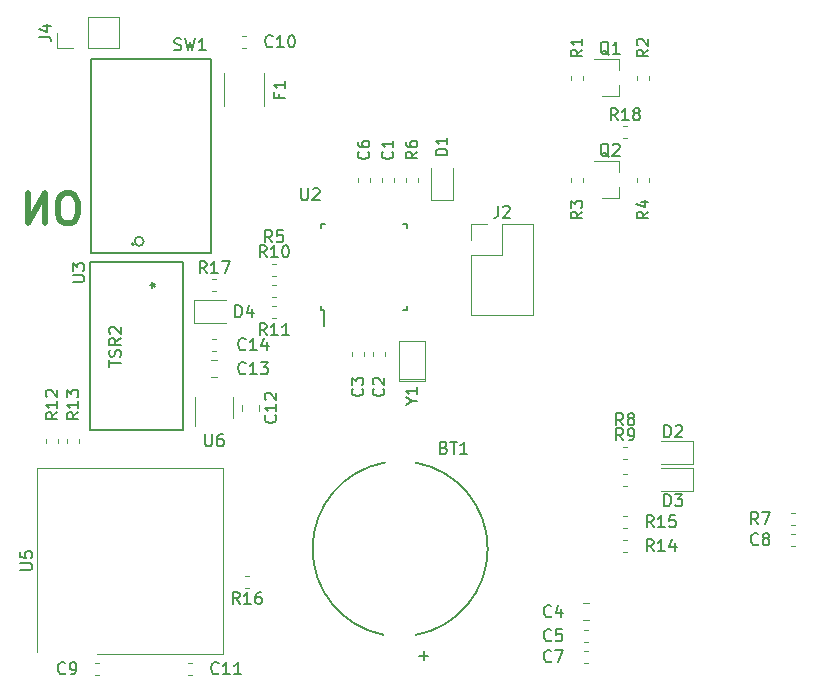
<source format=gbr>
%TF.GenerationSoftware,KiCad,Pcbnew,(5.1.7)-1*%
%TF.CreationDate,2020-12-22T10:31:33-06:00*%
%TF.ProjectId,tracker,74726163-6b65-4722-9e6b-696361645f70,1.0*%
%TF.SameCoordinates,Original*%
%TF.FileFunction,Legend,Top*%
%TF.FilePolarity,Positive*%
%FSLAX46Y46*%
G04 Gerber Fmt 4.6, Leading zero omitted, Abs format (unit mm)*
G04 Created by KiCad (PCBNEW (5.1.7)-1) date 2020-12-22 10:31:33*
%MOMM*%
%LPD*%
G01*
G04 APERTURE LIST*
%ADD10C,0.508000*%
%ADD11C,0.150000*%
%ADD12C,0.120000*%
%ADD13C,0.127000*%
%ADD14C,0.200000*%
%ADD15C,0.152400*%
%ADD16C,0.149860*%
G04 APERTURE END LIST*
D10*
X121968380Y-103003047D02*
X121484571Y-103003047D01*
X121242666Y-103124000D01*
X121000761Y-103365904D01*
X120879809Y-103849714D01*
X120879809Y-104696380D01*
X121000761Y-105180190D01*
X121242666Y-105422095D01*
X121484571Y-105543047D01*
X121968380Y-105543047D01*
X122210285Y-105422095D01*
X122452190Y-105180190D01*
X122573142Y-104696380D01*
X122573142Y-103849714D01*
X122452190Y-103365904D01*
X122210285Y-103124000D01*
X121968380Y-103003047D01*
X119791238Y-105543047D02*
X119791238Y-103003047D01*
X118339809Y-105543047D01*
X118339809Y-103003047D01*
D11*
%TO.C,BT1*%
X148444730Y-140374531D02*
G75*
G02*
X148560000Y-125796000I1415270J7278531D01*
G01*
X151160001Y-125796001D02*
G75*
G02*
X151159999Y-140395999I-1300001J-7299999D01*
G01*
D12*
%TO.C,C1*%
X148334000Y-102016779D02*
X148334000Y-101691221D01*
X149354000Y-102016779D02*
X149354000Y-101691221D01*
%TO.C,C2*%
X147572000Y-116423221D02*
X147572000Y-116748779D01*
X148592000Y-116423221D02*
X148592000Y-116748779D01*
%TO.C,C3*%
X146814000Y-116423221D02*
X146814000Y-116748779D01*
X145794000Y-116423221D02*
X145794000Y-116748779D01*
%TO.C,C4*%
X165349422Y-139140000D02*
X165866578Y-139140000D01*
X165349422Y-137720000D02*
X165866578Y-137720000D01*
%TO.C,C5*%
X165445221Y-140972000D02*
X165770779Y-140972000D01*
X165445221Y-139952000D02*
X165770779Y-139952000D01*
%TO.C,C6*%
X147322000Y-102016779D02*
X147322000Y-101691221D01*
X146302000Y-102016779D02*
X146302000Y-101691221D01*
%TO.C,C7*%
X165445221Y-142750000D02*
X165770779Y-142750000D01*
X165445221Y-141730000D02*
X165770779Y-141730000D01*
%TO.C,C8*%
X183296779Y-132844000D02*
X182971221Y-132844000D01*
X183296779Y-131824000D02*
X182971221Y-131824000D01*
%TO.C,C9*%
X124368779Y-143766000D02*
X124043221Y-143766000D01*
X124368779Y-142746000D02*
X124043221Y-142746000D01*
%TO.C,C10*%
X136814779Y-90680000D02*
X136489221Y-90680000D01*
X136814779Y-89660000D02*
X136489221Y-89660000D01*
%TO.C,C11*%
X132242779Y-142746000D02*
X131917221Y-142746000D01*
X132242779Y-143766000D02*
X131917221Y-143766000D01*
%TO.C,C12*%
X136450000Y-121416578D02*
X136450000Y-120899422D01*
X137870000Y-121416578D02*
X137870000Y-120899422D01*
%TO.C,C13*%
X133853422Y-118566000D02*
X134370578Y-118566000D01*
X133853422Y-117146000D02*
X134370578Y-117146000D01*
%TO.C,C14*%
X133949221Y-116334000D02*
X134274779Y-116334000D01*
X133949221Y-115314000D02*
X134274779Y-115314000D01*
%TO.C,D1*%
X152456000Y-100854000D02*
X152456000Y-103539000D01*
X152456000Y-103539000D02*
X154376000Y-103539000D01*
X154376000Y-103539000D02*
X154376000Y-100854000D01*
%TO.C,D2*%
X174659000Y-124008000D02*
X171974000Y-124008000D01*
X174659000Y-125928000D02*
X174659000Y-124008000D01*
X171974000Y-125928000D02*
X174659000Y-125928000D01*
%TO.C,D3*%
X171974000Y-128214000D02*
X174659000Y-128214000D01*
X174659000Y-128214000D02*
X174659000Y-126294000D01*
X174659000Y-126294000D02*
X171974000Y-126294000D01*
%TO.C,D4*%
X132427000Y-113990000D02*
X135112000Y-113990000D01*
X132427000Y-112070000D02*
X132427000Y-113990000D01*
X135112000Y-112070000D02*
X132427000Y-112070000D01*
%TO.C,F1*%
X138362000Y-95620252D02*
X138362000Y-92847748D01*
X134942000Y-95620252D02*
X134942000Y-92847748D01*
%TO.C,J2*%
X155896000Y-105604000D02*
X157226000Y-105604000D01*
X155896000Y-106934000D02*
X155896000Y-105604000D01*
X158496000Y-105604000D02*
X161096000Y-105604000D01*
X158496000Y-108204000D02*
X158496000Y-105604000D01*
X155896000Y-108204000D02*
X158496000Y-108204000D01*
X161096000Y-105604000D02*
X161096000Y-113344000D01*
X155896000Y-108204000D02*
X155896000Y-113344000D01*
X155896000Y-113344000D02*
X161096000Y-113344000D01*
%TO.C,J4*%
X126044000Y-90738000D02*
X126044000Y-88078000D01*
X123444000Y-90738000D02*
X126044000Y-90738000D01*
X123444000Y-88078000D02*
X126044000Y-88078000D01*
X123444000Y-90738000D02*
X123444000Y-88078000D01*
X122174000Y-90738000D02*
X120844000Y-90738000D01*
X120844000Y-90738000D02*
X120844000Y-89408000D01*
%TO.C,Q1*%
X168400000Y-94798000D02*
X166940000Y-94798000D01*
X168400000Y-91638000D02*
X166240000Y-91638000D01*
X168400000Y-91638000D02*
X168400000Y-92568000D01*
X168400000Y-94798000D02*
X168400000Y-93868000D01*
%TO.C,Q2*%
X168400000Y-103434000D02*
X168400000Y-102504000D01*
X168400000Y-100274000D02*
X168400000Y-101204000D01*
X168400000Y-100274000D02*
X166240000Y-100274000D01*
X168400000Y-103434000D02*
X166940000Y-103434000D01*
%TO.C,R1*%
X165356000Y-93055221D02*
X165356000Y-93380779D01*
X164336000Y-93055221D02*
X164336000Y-93380779D01*
%TO.C,R2*%
X170944000Y-93380779D02*
X170944000Y-93055221D01*
X169924000Y-93380779D02*
X169924000Y-93055221D01*
%TO.C,R3*%
X165356000Y-101691221D02*
X165356000Y-102016779D01*
X164336000Y-101691221D02*
X164336000Y-102016779D01*
%TO.C,R4*%
X170944000Y-102016779D02*
X170944000Y-101691221D01*
X169924000Y-102016779D02*
X169924000Y-101691221D01*
%TO.C,R5*%
X139029221Y-109984000D02*
X139354779Y-109984000D01*
X139029221Y-108964000D02*
X139354779Y-108964000D01*
%TO.C,R6*%
X150366000Y-102016779D02*
X150366000Y-101691221D01*
X151386000Y-102016779D02*
X151386000Y-101691221D01*
%TO.C,R7*%
X182971221Y-131066000D02*
X183296779Y-131066000D01*
X182971221Y-130046000D02*
X183296779Y-130046000D01*
%TO.C,R8*%
X168747221Y-124458000D02*
X169072779Y-124458000D01*
X168747221Y-125478000D02*
X169072779Y-125478000D01*
%TO.C,R9*%
X168747221Y-127764000D02*
X169072779Y-127764000D01*
X168747221Y-126744000D02*
X169072779Y-126744000D01*
%TO.C,R10*%
X139029221Y-110742000D02*
X139354779Y-110742000D01*
X139029221Y-111762000D02*
X139354779Y-111762000D01*
%TO.C,R11*%
X139029221Y-112520000D02*
X139354779Y-112520000D01*
X139029221Y-113540000D02*
X139354779Y-113540000D01*
%TO.C,R12*%
X120906000Y-124114779D02*
X120906000Y-123789221D01*
X119886000Y-124114779D02*
X119886000Y-123789221D01*
%TO.C,R13*%
X121664000Y-124114779D02*
X121664000Y-123789221D01*
X122684000Y-124114779D02*
X122684000Y-123789221D01*
%TO.C,R14*%
X168747221Y-133352000D02*
X169072779Y-133352000D01*
X168747221Y-132332000D02*
X169072779Y-132332000D01*
%TO.C,R15*%
X168747221Y-131320000D02*
X169072779Y-131320000D01*
X168747221Y-130300000D02*
X169072779Y-130300000D01*
%TO.C,R16*%
X137068779Y-135380000D02*
X136743221Y-135380000D01*
X137068779Y-136400000D02*
X136743221Y-136400000D01*
%TO.C,R17*%
X133949221Y-111254000D02*
X134274779Y-111254000D01*
X133949221Y-110234000D02*
X134274779Y-110234000D01*
%TO.C,R18*%
X168747221Y-97280000D02*
X169072779Y-97280000D01*
X168747221Y-98300000D02*
X169072779Y-98300000D01*
D13*
%TO.C,SW1*%
X123698000Y-91592000D02*
X123698000Y-108052000D01*
D14*
X127308000Y-107322000D02*
G75*
G03*
X127308000Y-107322000I-100000J0D01*
G01*
D13*
X123698000Y-91592000D02*
X133858000Y-91592000D01*
X125478000Y-91592000D02*
X127028000Y-91592000D01*
X133858000Y-108052000D02*
X123698000Y-108052000D01*
X133858000Y-91592000D02*
X133858000Y-108052000D01*
D11*
%TO.C,U2*%
X143412000Y-112845000D02*
X143412000Y-114270000D01*
X143187000Y-105595000D02*
X143187000Y-105920000D01*
X150437000Y-105595000D02*
X150437000Y-105920000D01*
X150437000Y-112845000D02*
X150437000Y-112520000D01*
X143187000Y-112845000D02*
X143187000Y-112520000D01*
X150437000Y-112845000D02*
X150112000Y-112845000D01*
X150437000Y-105595000D02*
X150112000Y-105595000D01*
X143187000Y-105595000D02*
X143512000Y-105595000D01*
X143187000Y-112845000D02*
X143412000Y-112845000D01*
D15*
%TO.C,U3*%
X128143000Y-107061000D02*
G75*
G03*
X128143000Y-107061000I-381000J0D01*
G01*
X131445000Y-108839000D02*
X123571000Y-108839000D01*
X131445000Y-123063000D02*
X131445000Y-108839000D01*
X123571000Y-123063000D02*
X131445000Y-123063000D01*
X123571000Y-108839000D02*
X123571000Y-123063000D01*
D12*
%TO.C,U5*%
X119140000Y-141862000D02*
X119140000Y-126252000D01*
X119140000Y-126252000D02*
X134860000Y-126252000D01*
X134860000Y-141972000D02*
X134860000Y-126252000D01*
X124200000Y-141972000D02*
X134860000Y-141972000D01*
%TO.C,U6*%
X132502000Y-120258000D02*
X132502000Y-122708000D01*
X135722000Y-122058000D02*
X135722000Y-120258000D01*
%TO.C,Y1*%
X151976000Y-118894000D02*
X151976000Y-118694000D01*
X149776000Y-118894000D02*
X151976000Y-118894000D01*
X149776000Y-118694000D02*
X149776000Y-118894000D01*
X151976000Y-118694000D02*
X149776000Y-118694000D01*
X151976000Y-115494000D02*
X151976000Y-118694000D01*
X149776000Y-115494000D02*
X151976000Y-115494000D01*
X149776000Y-118694000D02*
X149776000Y-115494000D01*
%TO.C,BT1*%
D11*
X153574285Y-124524571D02*
X153717142Y-124572190D01*
X153764761Y-124619809D01*
X153812380Y-124715047D01*
X153812380Y-124857904D01*
X153764761Y-124953142D01*
X153717142Y-125000761D01*
X153621904Y-125048380D01*
X153240952Y-125048380D01*
X153240952Y-124048380D01*
X153574285Y-124048380D01*
X153669523Y-124096000D01*
X153717142Y-124143619D01*
X153764761Y-124238857D01*
X153764761Y-124334095D01*
X153717142Y-124429333D01*
X153669523Y-124476952D01*
X153574285Y-124524571D01*
X153240952Y-124524571D01*
X154098095Y-124048380D02*
X154669523Y-124048380D01*
X154383809Y-125048380D02*
X154383809Y-124048380D01*
X155526666Y-125048380D02*
X154955238Y-125048380D01*
X155240952Y-125048380D02*
X155240952Y-124048380D01*
X155145714Y-124191238D01*
X155050476Y-124286476D01*
X154955238Y-124334095D01*
X151479047Y-142167428D02*
X152240952Y-142167428D01*
X151860000Y-142548380D02*
X151860000Y-141786476D01*
%TO.C,C1*%
X149201142Y-99480666D02*
X149248761Y-99528285D01*
X149296380Y-99671142D01*
X149296380Y-99766380D01*
X149248761Y-99909238D01*
X149153523Y-100004476D01*
X149058285Y-100052095D01*
X148867809Y-100099714D01*
X148724952Y-100099714D01*
X148534476Y-100052095D01*
X148439238Y-100004476D01*
X148344000Y-99909238D01*
X148296380Y-99766380D01*
X148296380Y-99671142D01*
X148344000Y-99528285D01*
X148391619Y-99480666D01*
X149296380Y-98528285D02*
X149296380Y-99099714D01*
X149296380Y-98814000D02*
X148296380Y-98814000D01*
X148439238Y-98909238D01*
X148534476Y-99004476D01*
X148582095Y-99099714D01*
%TO.C,C2*%
X148439142Y-119546666D02*
X148486761Y-119594285D01*
X148534380Y-119737142D01*
X148534380Y-119832380D01*
X148486761Y-119975238D01*
X148391523Y-120070476D01*
X148296285Y-120118095D01*
X148105809Y-120165714D01*
X147962952Y-120165714D01*
X147772476Y-120118095D01*
X147677238Y-120070476D01*
X147582000Y-119975238D01*
X147534380Y-119832380D01*
X147534380Y-119737142D01*
X147582000Y-119594285D01*
X147629619Y-119546666D01*
X147629619Y-119165714D02*
X147582000Y-119118095D01*
X147534380Y-119022857D01*
X147534380Y-118784761D01*
X147582000Y-118689523D01*
X147629619Y-118641904D01*
X147724857Y-118594285D01*
X147820095Y-118594285D01*
X147962952Y-118641904D01*
X148534380Y-119213333D01*
X148534380Y-118594285D01*
%TO.C,C3*%
X146661142Y-119546666D02*
X146708761Y-119594285D01*
X146756380Y-119737142D01*
X146756380Y-119832380D01*
X146708761Y-119975238D01*
X146613523Y-120070476D01*
X146518285Y-120118095D01*
X146327809Y-120165714D01*
X146184952Y-120165714D01*
X145994476Y-120118095D01*
X145899238Y-120070476D01*
X145804000Y-119975238D01*
X145756380Y-119832380D01*
X145756380Y-119737142D01*
X145804000Y-119594285D01*
X145851619Y-119546666D01*
X145756380Y-119213333D02*
X145756380Y-118594285D01*
X146137333Y-118927619D01*
X146137333Y-118784761D01*
X146184952Y-118689523D01*
X146232571Y-118641904D01*
X146327809Y-118594285D01*
X146565904Y-118594285D01*
X146661142Y-118641904D01*
X146708761Y-118689523D01*
X146756380Y-118784761D01*
X146756380Y-119070476D01*
X146708761Y-119165714D01*
X146661142Y-119213333D01*
%TO.C,C4*%
X162647333Y-138787142D02*
X162599714Y-138834761D01*
X162456857Y-138882380D01*
X162361619Y-138882380D01*
X162218761Y-138834761D01*
X162123523Y-138739523D01*
X162075904Y-138644285D01*
X162028285Y-138453809D01*
X162028285Y-138310952D01*
X162075904Y-138120476D01*
X162123523Y-138025238D01*
X162218761Y-137930000D01*
X162361619Y-137882380D01*
X162456857Y-137882380D01*
X162599714Y-137930000D01*
X162647333Y-137977619D01*
X163504476Y-138215714D02*
X163504476Y-138882380D01*
X163266380Y-137834761D02*
X163028285Y-138549047D01*
X163647333Y-138549047D01*
%TO.C,C5*%
X162647333Y-140819142D02*
X162599714Y-140866761D01*
X162456857Y-140914380D01*
X162361619Y-140914380D01*
X162218761Y-140866761D01*
X162123523Y-140771523D01*
X162075904Y-140676285D01*
X162028285Y-140485809D01*
X162028285Y-140342952D01*
X162075904Y-140152476D01*
X162123523Y-140057238D01*
X162218761Y-139962000D01*
X162361619Y-139914380D01*
X162456857Y-139914380D01*
X162599714Y-139962000D01*
X162647333Y-140009619D01*
X163552095Y-139914380D02*
X163075904Y-139914380D01*
X163028285Y-140390571D01*
X163075904Y-140342952D01*
X163171142Y-140295333D01*
X163409238Y-140295333D01*
X163504476Y-140342952D01*
X163552095Y-140390571D01*
X163599714Y-140485809D01*
X163599714Y-140723904D01*
X163552095Y-140819142D01*
X163504476Y-140866761D01*
X163409238Y-140914380D01*
X163171142Y-140914380D01*
X163075904Y-140866761D01*
X163028285Y-140819142D01*
%TO.C,C6*%
X147169142Y-99480666D02*
X147216761Y-99528285D01*
X147264380Y-99671142D01*
X147264380Y-99766380D01*
X147216761Y-99909238D01*
X147121523Y-100004476D01*
X147026285Y-100052095D01*
X146835809Y-100099714D01*
X146692952Y-100099714D01*
X146502476Y-100052095D01*
X146407238Y-100004476D01*
X146312000Y-99909238D01*
X146264380Y-99766380D01*
X146264380Y-99671142D01*
X146312000Y-99528285D01*
X146359619Y-99480666D01*
X146264380Y-98623523D02*
X146264380Y-98814000D01*
X146312000Y-98909238D01*
X146359619Y-98956857D01*
X146502476Y-99052095D01*
X146692952Y-99099714D01*
X147073904Y-99099714D01*
X147169142Y-99052095D01*
X147216761Y-99004476D01*
X147264380Y-98909238D01*
X147264380Y-98718761D01*
X147216761Y-98623523D01*
X147169142Y-98575904D01*
X147073904Y-98528285D01*
X146835809Y-98528285D01*
X146740571Y-98575904D01*
X146692952Y-98623523D01*
X146645333Y-98718761D01*
X146645333Y-98909238D01*
X146692952Y-99004476D01*
X146740571Y-99052095D01*
X146835809Y-99099714D01*
%TO.C,C7*%
X162647333Y-142597142D02*
X162599714Y-142644761D01*
X162456857Y-142692380D01*
X162361619Y-142692380D01*
X162218761Y-142644761D01*
X162123523Y-142549523D01*
X162075904Y-142454285D01*
X162028285Y-142263809D01*
X162028285Y-142120952D01*
X162075904Y-141930476D01*
X162123523Y-141835238D01*
X162218761Y-141740000D01*
X162361619Y-141692380D01*
X162456857Y-141692380D01*
X162599714Y-141740000D01*
X162647333Y-141787619D01*
X162980666Y-141692380D02*
X163647333Y-141692380D01*
X163218761Y-142692380D01*
%TO.C,C8*%
X180173333Y-132691142D02*
X180125714Y-132738761D01*
X179982857Y-132786380D01*
X179887619Y-132786380D01*
X179744761Y-132738761D01*
X179649523Y-132643523D01*
X179601904Y-132548285D01*
X179554285Y-132357809D01*
X179554285Y-132214952D01*
X179601904Y-132024476D01*
X179649523Y-131929238D01*
X179744761Y-131834000D01*
X179887619Y-131786380D01*
X179982857Y-131786380D01*
X180125714Y-131834000D01*
X180173333Y-131881619D01*
X180744761Y-132214952D02*
X180649523Y-132167333D01*
X180601904Y-132119714D01*
X180554285Y-132024476D01*
X180554285Y-131976857D01*
X180601904Y-131881619D01*
X180649523Y-131834000D01*
X180744761Y-131786380D01*
X180935238Y-131786380D01*
X181030476Y-131834000D01*
X181078095Y-131881619D01*
X181125714Y-131976857D01*
X181125714Y-132024476D01*
X181078095Y-132119714D01*
X181030476Y-132167333D01*
X180935238Y-132214952D01*
X180744761Y-132214952D01*
X180649523Y-132262571D01*
X180601904Y-132310190D01*
X180554285Y-132405428D01*
X180554285Y-132595904D01*
X180601904Y-132691142D01*
X180649523Y-132738761D01*
X180744761Y-132786380D01*
X180935238Y-132786380D01*
X181030476Y-132738761D01*
X181078095Y-132691142D01*
X181125714Y-132595904D01*
X181125714Y-132405428D01*
X181078095Y-132310190D01*
X181030476Y-132262571D01*
X180935238Y-132214952D01*
%TO.C,C9*%
X121499333Y-143613142D02*
X121451714Y-143660761D01*
X121308857Y-143708380D01*
X121213619Y-143708380D01*
X121070761Y-143660761D01*
X120975523Y-143565523D01*
X120927904Y-143470285D01*
X120880285Y-143279809D01*
X120880285Y-143136952D01*
X120927904Y-142946476D01*
X120975523Y-142851238D01*
X121070761Y-142756000D01*
X121213619Y-142708380D01*
X121308857Y-142708380D01*
X121451714Y-142756000D01*
X121499333Y-142803619D01*
X121975523Y-143708380D02*
X122166000Y-143708380D01*
X122261238Y-143660761D01*
X122308857Y-143613142D01*
X122404095Y-143470285D01*
X122451714Y-143279809D01*
X122451714Y-142898857D01*
X122404095Y-142803619D01*
X122356476Y-142756000D01*
X122261238Y-142708380D01*
X122070761Y-142708380D01*
X121975523Y-142756000D01*
X121927904Y-142803619D01*
X121880285Y-142898857D01*
X121880285Y-143136952D01*
X121927904Y-143232190D01*
X121975523Y-143279809D01*
X122070761Y-143327428D01*
X122261238Y-143327428D01*
X122356476Y-143279809D01*
X122404095Y-143232190D01*
X122451714Y-143136952D01*
%TO.C,C10*%
X139057142Y-90527142D02*
X139009523Y-90574761D01*
X138866666Y-90622380D01*
X138771428Y-90622380D01*
X138628571Y-90574761D01*
X138533333Y-90479523D01*
X138485714Y-90384285D01*
X138438095Y-90193809D01*
X138438095Y-90050952D01*
X138485714Y-89860476D01*
X138533333Y-89765238D01*
X138628571Y-89670000D01*
X138771428Y-89622380D01*
X138866666Y-89622380D01*
X139009523Y-89670000D01*
X139057142Y-89717619D01*
X140009523Y-90622380D02*
X139438095Y-90622380D01*
X139723809Y-90622380D02*
X139723809Y-89622380D01*
X139628571Y-89765238D01*
X139533333Y-89860476D01*
X139438095Y-89908095D01*
X140628571Y-89622380D02*
X140723809Y-89622380D01*
X140819047Y-89670000D01*
X140866666Y-89717619D01*
X140914285Y-89812857D01*
X140961904Y-90003333D01*
X140961904Y-90241428D01*
X140914285Y-90431904D01*
X140866666Y-90527142D01*
X140819047Y-90574761D01*
X140723809Y-90622380D01*
X140628571Y-90622380D01*
X140533333Y-90574761D01*
X140485714Y-90527142D01*
X140438095Y-90431904D01*
X140390476Y-90241428D01*
X140390476Y-90003333D01*
X140438095Y-89812857D01*
X140485714Y-89717619D01*
X140533333Y-89670000D01*
X140628571Y-89622380D01*
%TO.C,C11*%
X134485142Y-143613142D02*
X134437523Y-143660761D01*
X134294666Y-143708380D01*
X134199428Y-143708380D01*
X134056571Y-143660761D01*
X133961333Y-143565523D01*
X133913714Y-143470285D01*
X133866095Y-143279809D01*
X133866095Y-143136952D01*
X133913714Y-142946476D01*
X133961333Y-142851238D01*
X134056571Y-142756000D01*
X134199428Y-142708380D01*
X134294666Y-142708380D01*
X134437523Y-142756000D01*
X134485142Y-142803619D01*
X135437523Y-143708380D02*
X134866095Y-143708380D01*
X135151809Y-143708380D02*
X135151809Y-142708380D01*
X135056571Y-142851238D01*
X134961333Y-142946476D01*
X134866095Y-142994095D01*
X136389904Y-143708380D02*
X135818476Y-143708380D01*
X136104190Y-143708380D02*
X136104190Y-142708380D01*
X136008952Y-142851238D01*
X135913714Y-142946476D01*
X135818476Y-142994095D01*
%TO.C,C12*%
X139295142Y-121800857D02*
X139342761Y-121848476D01*
X139390380Y-121991333D01*
X139390380Y-122086571D01*
X139342761Y-122229428D01*
X139247523Y-122324666D01*
X139152285Y-122372285D01*
X138961809Y-122419904D01*
X138818952Y-122419904D01*
X138628476Y-122372285D01*
X138533238Y-122324666D01*
X138438000Y-122229428D01*
X138390380Y-122086571D01*
X138390380Y-121991333D01*
X138438000Y-121848476D01*
X138485619Y-121800857D01*
X139390380Y-120848476D02*
X139390380Y-121419904D01*
X139390380Y-121134190D02*
X138390380Y-121134190D01*
X138533238Y-121229428D01*
X138628476Y-121324666D01*
X138676095Y-121419904D01*
X138485619Y-120467523D02*
X138438000Y-120419904D01*
X138390380Y-120324666D01*
X138390380Y-120086571D01*
X138438000Y-119991333D01*
X138485619Y-119943714D01*
X138580857Y-119896095D01*
X138676095Y-119896095D01*
X138818952Y-119943714D01*
X139390380Y-120515142D01*
X139390380Y-119896095D01*
%TO.C,C13*%
X136771142Y-118213142D02*
X136723523Y-118260761D01*
X136580666Y-118308380D01*
X136485428Y-118308380D01*
X136342571Y-118260761D01*
X136247333Y-118165523D01*
X136199714Y-118070285D01*
X136152095Y-117879809D01*
X136152095Y-117736952D01*
X136199714Y-117546476D01*
X136247333Y-117451238D01*
X136342571Y-117356000D01*
X136485428Y-117308380D01*
X136580666Y-117308380D01*
X136723523Y-117356000D01*
X136771142Y-117403619D01*
X137723523Y-118308380D02*
X137152095Y-118308380D01*
X137437809Y-118308380D02*
X137437809Y-117308380D01*
X137342571Y-117451238D01*
X137247333Y-117546476D01*
X137152095Y-117594095D01*
X138056857Y-117308380D02*
X138675904Y-117308380D01*
X138342571Y-117689333D01*
X138485428Y-117689333D01*
X138580666Y-117736952D01*
X138628285Y-117784571D01*
X138675904Y-117879809D01*
X138675904Y-118117904D01*
X138628285Y-118213142D01*
X138580666Y-118260761D01*
X138485428Y-118308380D01*
X138199714Y-118308380D01*
X138104476Y-118260761D01*
X138056857Y-118213142D01*
%TO.C,C14*%
X136771142Y-116181142D02*
X136723523Y-116228761D01*
X136580666Y-116276380D01*
X136485428Y-116276380D01*
X136342571Y-116228761D01*
X136247333Y-116133523D01*
X136199714Y-116038285D01*
X136152095Y-115847809D01*
X136152095Y-115704952D01*
X136199714Y-115514476D01*
X136247333Y-115419238D01*
X136342571Y-115324000D01*
X136485428Y-115276380D01*
X136580666Y-115276380D01*
X136723523Y-115324000D01*
X136771142Y-115371619D01*
X137723523Y-116276380D02*
X137152095Y-116276380D01*
X137437809Y-116276380D02*
X137437809Y-115276380D01*
X137342571Y-115419238D01*
X137247333Y-115514476D01*
X137152095Y-115562095D01*
X138580666Y-115609714D02*
X138580666Y-116276380D01*
X138342571Y-115228761D02*
X138104476Y-115943047D01*
X138723523Y-115943047D01*
%TO.C,D1*%
X153868380Y-99798095D02*
X152868380Y-99798095D01*
X152868380Y-99560000D01*
X152916000Y-99417142D01*
X153011238Y-99321904D01*
X153106476Y-99274285D01*
X153296952Y-99226666D01*
X153439809Y-99226666D01*
X153630285Y-99274285D01*
X153725523Y-99321904D01*
X153820761Y-99417142D01*
X153868380Y-99560000D01*
X153868380Y-99798095D01*
X153868380Y-98274285D02*
X153868380Y-98845714D01*
X153868380Y-98560000D02*
X152868380Y-98560000D01*
X153011238Y-98655238D01*
X153106476Y-98750476D01*
X153154095Y-98845714D01*
%TO.C,D2*%
X172235904Y-123642380D02*
X172235904Y-122642380D01*
X172474000Y-122642380D01*
X172616857Y-122690000D01*
X172712095Y-122785238D01*
X172759714Y-122880476D01*
X172807333Y-123070952D01*
X172807333Y-123213809D01*
X172759714Y-123404285D01*
X172712095Y-123499523D01*
X172616857Y-123594761D01*
X172474000Y-123642380D01*
X172235904Y-123642380D01*
X173188285Y-122737619D02*
X173235904Y-122690000D01*
X173331142Y-122642380D01*
X173569238Y-122642380D01*
X173664476Y-122690000D01*
X173712095Y-122737619D01*
X173759714Y-122832857D01*
X173759714Y-122928095D01*
X173712095Y-123070952D01*
X173140666Y-123642380D01*
X173759714Y-123642380D01*
%TO.C,D3*%
X172235904Y-129484380D02*
X172235904Y-128484380D01*
X172474000Y-128484380D01*
X172616857Y-128532000D01*
X172712095Y-128627238D01*
X172759714Y-128722476D01*
X172807333Y-128912952D01*
X172807333Y-129055809D01*
X172759714Y-129246285D01*
X172712095Y-129341523D01*
X172616857Y-129436761D01*
X172474000Y-129484380D01*
X172235904Y-129484380D01*
X173140666Y-128484380D02*
X173759714Y-128484380D01*
X173426380Y-128865333D01*
X173569238Y-128865333D01*
X173664476Y-128912952D01*
X173712095Y-128960571D01*
X173759714Y-129055809D01*
X173759714Y-129293904D01*
X173712095Y-129389142D01*
X173664476Y-129436761D01*
X173569238Y-129484380D01*
X173283523Y-129484380D01*
X173188285Y-129436761D01*
X173140666Y-129389142D01*
%TO.C,D4*%
X135913904Y-113482380D02*
X135913904Y-112482380D01*
X136152000Y-112482380D01*
X136294857Y-112530000D01*
X136390095Y-112625238D01*
X136437714Y-112720476D01*
X136485333Y-112910952D01*
X136485333Y-113053809D01*
X136437714Y-113244285D01*
X136390095Y-113339523D01*
X136294857Y-113434761D01*
X136152000Y-113482380D01*
X135913904Y-113482380D01*
X137342476Y-112815714D02*
X137342476Y-113482380D01*
X137104380Y-112434761D02*
X136866285Y-113149047D01*
X137485333Y-113149047D01*
%TO.C,F1*%
X139628571Y-94567333D02*
X139628571Y-94900666D01*
X140152380Y-94900666D02*
X139152380Y-94900666D01*
X139152380Y-94424476D01*
X140152380Y-93519714D02*
X140152380Y-94091142D01*
X140152380Y-93805428D02*
X139152380Y-93805428D01*
X139295238Y-93900666D01*
X139390476Y-93995904D01*
X139438095Y-94091142D01*
%TO.C,J2*%
X158162666Y-104056380D02*
X158162666Y-104770666D01*
X158115047Y-104913523D01*
X158019809Y-105008761D01*
X157876952Y-105056380D01*
X157781714Y-105056380D01*
X158591238Y-104151619D02*
X158638857Y-104104000D01*
X158734095Y-104056380D01*
X158972190Y-104056380D01*
X159067428Y-104104000D01*
X159115047Y-104151619D01*
X159162666Y-104246857D01*
X159162666Y-104342095D01*
X159115047Y-104484952D01*
X158543619Y-105056380D01*
X159162666Y-105056380D01*
%TO.C,J4*%
X119296380Y-89741333D02*
X120010666Y-89741333D01*
X120153523Y-89788952D01*
X120248761Y-89884190D01*
X120296380Y-90027047D01*
X120296380Y-90122285D01*
X119629714Y-88836571D02*
X120296380Y-88836571D01*
X119248761Y-89074666D02*
X119963047Y-89312761D01*
X119963047Y-88693714D01*
%TO.C,Q1*%
X167544761Y-91265619D02*
X167449523Y-91218000D01*
X167354285Y-91122761D01*
X167211428Y-90979904D01*
X167116190Y-90932285D01*
X167020952Y-90932285D01*
X167068571Y-91170380D02*
X166973333Y-91122761D01*
X166878095Y-91027523D01*
X166830476Y-90837047D01*
X166830476Y-90503714D01*
X166878095Y-90313238D01*
X166973333Y-90218000D01*
X167068571Y-90170380D01*
X167259047Y-90170380D01*
X167354285Y-90218000D01*
X167449523Y-90313238D01*
X167497142Y-90503714D01*
X167497142Y-90837047D01*
X167449523Y-91027523D01*
X167354285Y-91122761D01*
X167259047Y-91170380D01*
X167068571Y-91170380D01*
X168449523Y-91170380D02*
X167878095Y-91170380D01*
X168163809Y-91170380D02*
X168163809Y-90170380D01*
X168068571Y-90313238D01*
X167973333Y-90408476D01*
X167878095Y-90456095D01*
%TO.C,Q2*%
X167544761Y-99901619D02*
X167449523Y-99854000D01*
X167354285Y-99758761D01*
X167211428Y-99615904D01*
X167116190Y-99568285D01*
X167020952Y-99568285D01*
X167068571Y-99806380D02*
X166973333Y-99758761D01*
X166878095Y-99663523D01*
X166830476Y-99473047D01*
X166830476Y-99139714D01*
X166878095Y-98949238D01*
X166973333Y-98854000D01*
X167068571Y-98806380D01*
X167259047Y-98806380D01*
X167354285Y-98854000D01*
X167449523Y-98949238D01*
X167497142Y-99139714D01*
X167497142Y-99473047D01*
X167449523Y-99663523D01*
X167354285Y-99758761D01*
X167259047Y-99806380D01*
X167068571Y-99806380D01*
X167878095Y-98901619D02*
X167925714Y-98854000D01*
X168020952Y-98806380D01*
X168259047Y-98806380D01*
X168354285Y-98854000D01*
X168401904Y-98901619D01*
X168449523Y-98996857D01*
X168449523Y-99092095D01*
X168401904Y-99234952D01*
X167830476Y-99806380D01*
X168449523Y-99806380D01*
%TO.C,R1*%
X165298380Y-90844666D02*
X164822190Y-91178000D01*
X165298380Y-91416095D02*
X164298380Y-91416095D01*
X164298380Y-91035142D01*
X164346000Y-90939904D01*
X164393619Y-90892285D01*
X164488857Y-90844666D01*
X164631714Y-90844666D01*
X164726952Y-90892285D01*
X164774571Y-90939904D01*
X164822190Y-91035142D01*
X164822190Y-91416095D01*
X165298380Y-89892285D02*
X165298380Y-90463714D01*
X165298380Y-90178000D02*
X164298380Y-90178000D01*
X164441238Y-90273238D01*
X164536476Y-90368476D01*
X164584095Y-90463714D01*
%TO.C,R2*%
X170886380Y-90844666D02*
X170410190Y-91178000D01*
X170886380Y-91416095D02*
X169886380Y-91416095D01*
X169886380Y-91035142D01*
X169934000Y-90939904D01*
X169981619Y-90892285D01*
X170076857Y-90844666D01*
X170219714Y-90844666D01*
X170314952Y-90892285D01*
X170362571Y-90939904D01*
X170410190Y-91035142D01*
X170410190Y-91416095D01*
X169981619Y-90463714D02*
X169934000Y-90416095D01*
X169886380Y-90320857D01*
X169886380Y-90082761D01*
X169934000Y-89987523D01*
X169981619Y-89939904D01*
X170076857Y-89892285D01*
X170172095Y-89892285D01*
X170314952Y-89939904D01*
X170886380Y-90511333D01*
X170886380Y-89892285D01*
%TO.C,R3*%
X165298380Y-104560666D02*
X164822190Y-104894000D01*
X165298380Y-105132095D02*
X164298380Y-105132095D01*
X164298380Y-104751142D01*
X164346000Y-104655904D01*
X164393619Y-104608285D01*
X164488857Y-104560666D01*
X164631714Y-104560666D01*
X164726952Y-104608285D01*
X164774571Y-104655904D01*
X164822190Y-104751142D01*
X164822190Y-105132095D01*
X164298380Y-104227333D02*
X164298380Y-103608285D01*
X164679333Y-103941619D01*
X164679333Y-103798761D01*
X164726952Y-103703523D01*
X164774571Y-103655904D01*
X164869809Y-103608285D01*
X165107904Y-103608285D01*
X165203142Y-103655904D01*
X165250761Y-103703523D01*
X165298380Y-103798761D01*
X165298380Y-104084476D01*
X165250761Y-104179714D01*
X165203142Y-104227333D01*
%TO.C,R4*%
X170886380Y-104560666D02*
X170410190Y-104894000D01*
X170886380Y-105132095D02*
X169886380Y-105132095D01*
X169886380Y-104751142D01*
X169934000Y-104655904D01*
X169981619Y-104608285D01*
X170076857Y-104560666D01*
X170219714Y-104560666D01*
X170314952Y-104608285D01*
X170362571Y-104655904D01*
X170410190Y-104751142D01*
X170410190Y-105132095D01*
X170219714Y-103703523D02*
X170886380Y-103703523D01*
X169838761Y-103941619D02*
X170553047Y-104179714D01*
X170553047Y-103560666D01*
%TO.C,R5*%
X139025333Y-107132380D02*
X138692000Y-106656190D01*
X138453904Y-107132380D02*
X138453904Y-106132380D01*
X138834857Y-106132380D01*
X138930095Y-106180000D01*
X138977714Y-106227619D01*
X139025333Y-106322857D01*
X139025333Y-106465714D01*
X138977714Y-106560952D01*
X138930095Y-106608571D01*
X138834857Y-106656190D01*
X138453904Y-106656190D01*
X139930095Y-106132380D02*
X139453904Y-106132380D01*
X139406285Y-106608571D01*
X139453904Y-106560952D01*
X139549142Y-106513333D01*
X139787238Y-106513333D01*
X139882476Y-106560952D01*
X139930095Y-106608571D01*
X139977714Y-106703809D01*
X139977714Y-106941904D01*
X139930095Y-107037142D01*
X139882476Y-107084761D01*
X139787238Y-107132380D01*
X139549142Y-107132380D01*
X139453904Y-107084761D01*
X139406285Y-107037142D01*
%TO.C,R6*%
X151328380Y-99480666D02*
X150852190Y-99814000D01*
X151328380Y-100052095D02*
X150328380Y-100052095D01*
X150328380Y-99671142D01*
X150376000Y-99575904D01*
X150423619Y-99528285D01*
X150518857Y-99480666D01*
X150661714Y-99480666D01*
X150756952Y-99528285D01*
X150804571Y-99575904D01*
X150852190Y-99671142D01*
X150852190Y-100052095D01*
X150328380Y-98623523D02*
X150328380Y-98814000D01*
X150376000Y-98909238D01*
X150423619Y-98956857D01*
X150566476Y-99052095D01*
X150756952Y-99099714D01*
X151137904Y-99099714D01*
X151233142Y-99052095D01*
X151280761Y-99004476D01*
X151328380Y-98909238D01*
X151328380Y-98718761D01*
X151280761Y-98623523D01*
X151233142Y-98575904D01*
X151137904Y-98528285D01*
X150899809Y-98528285D01*
X150804571Y-98575904D01*
X150756952Y-98623523D01*
X150709333Y-98718761D01*
X150709333Y-98909238D01*
X150756952Y-99004476D01*
X150804571Y-99052095D01*
X150899809Y-99099714D01*
%TO.C,R7*%
X180173333Y-131008380D02*
X179840000Y-130532190D01*
X179601904Y-131008380D02*
X179601904Y-130008380D01*
X179982857Y-130008380D01*
X180078095Y-130056000D01*
X180125714Y-130103619D01*
X180173333Y-130198857D01*
X180173333Y-130341714D01*
X180125714Y-130436952D01*
X180078095Y-130484571D01*
X179982857Y-130532190D01*
X179601904Y-130532190D01*
X180506666Y-130008380D02*
X181173333Y-130008380D01*
X180744761Y-131008380D01*
%TO.C,R8*%
X168743333Y-122626380D02*
X168410000Y-122150190D01*
X168171904Y-122626380D02*
X168171904Y-121626380D01*
X168552857Y-121626380D01*
X168648095Y-121674000D01*
X168695714Y-121721619D01*
X168743333Y-121816857D01*
X168743333Y-121959714D01*
X168695714Y-122054952D01*
X168648095Y-122102571D01*
X168552857Y-122150190D01*
X168171904Y-122150190D01*
X169314761Y-122054952D02*
X169219523Y-122007333D01*
X169171904Y-121959714D01*
X169124285Y-121864476D01*
X169124285Y-121816857D01*
X169171904Y-121721619D01*
X169219523Y-121674000D01*
X169314761Y-121626380D01*
X169505238Y-121626380D01*
X169600476Y-121674000D01*
X169648095Y-121721619D01*
X169695714Y-121816857D01*
X169695714Y-121864476D01*
X169648095Y-121959714D01*
X169600476Y-122007333D01*
X169505238Y-122054952D01*
X169314761Y-122054952D01*
X169219523Y-122102571D01*
X169171904Y-122150190D01*
X169124285Y-122245428D01*
X169124285Y-122435904D01*
X169171904Y-122531142D01*
X169219523Y-122578761D01*
X169314761Y-122626380D01*
X169505238Y-122626380D01*
X169600476Y-122578761D01*
X169648095Y-122531142D01*
X169695714Y-122435904D01*
X169695714Y-122245428D01*
X169648095Y-122150190D01*
X169600476Y-122102571D01*
X169505238Y-122054952D01*
%TO.C,R9*%
X168743333Y-123896380D02*
X168410000Y-123420190D01*
X168171904Y-123896380D02*
X168171904Y-122896380D01*
X168552857Y-122896380D01*
X168648095Y-122944000D01*
X168695714Y-122991619D01*
X168743333Y-123086857D01*
X168743333Y-123229714D01*
X168695714Y-123324952D01*
X168648095Y-123372571D01*
X168552857Y-123420190D01*
X168171904Y-123420190D01*
X169219523Y-123896380D02*
X169410000Y-123896380D01*
X169505238Y-123848761D01*
X169552857Y-123801142D01*
X169648095Y-123658285D01*
X169695714Y-123467809D01*
X169695714Y-123086857D01*
X169648095Y-122991619D01*
X169600476Y-122944000D01*
X169505238Y-122896380D01*
X169314761Y-122896380D01*
X169219523Y-122944000D01*
X169171904Y-122991619D01*
X169124285Y-123086857D01*
X169124285Y-123324952D01*
X169171904Y-123420190D01*
X169219523Y-123467809D01*
X169314761Y-123515428D01*
X169505238Y-123515428D01*
X169600476Y-123467809D01*
X169648095Y-123420190D01*
X169695714Y-123324952D01*
%TO.C,R10*%
X138549142Y-108402380D02*
X138215809Y-107926190D01*
X137977714Y-108402380D02*
X137977714Y-107402380D01*
X138358666Y-107402380D01*
X138453904Y-107450000D01*
X138501523Y-107497619D01*
X138549142Y-107592857D01*
X138549142Y-107735714D01*
X138501523Y-107830952D01*
X138453904Y-107878571D01*
X138358666Y-107926190D01*
X137977714Y-107926190D01*
X139501523Y-108402380D02*
X138930095Y-108402380D01*
X139215809Y-108402380D02*
X139215809Y-107402380D01*
X139120571Y-107545238D01*
X139025333Y-107640476D01*
X138930095Y-107688095D01*
X140120571Y-107402380D02*
X140215809Y-107402380D01*
X140311047Y-107450000D01*
X140358666Y-107497619D01*
X140406285Y-107592857D01*
X140453904Y-107783333D01*
X140453904Y-108021428D01*
X140406285Y-108211904D01*
X140358666Y-108307142D01*
X140311047Y-108354761D01*
X140215809Y-108402380D01*
X140120571Y-108402380D01*
X140025333Y-108354761D01*
X139977714Y-108307142D01*
X139930095Y-108211904D01*
X139882476Y-108021428D01*
X139882476Y-107783333D01*
X139930095Y-107592857D01*
X139977714Y-107497619D01*
X140025333Y-107450000D01*
X140120571Y-107402380D01*
%TO.C,R11*%
X138549142Y-115006380D02*
X138215809Y-114530190D01*
X137977714Y-115006380D02*
X137977714Y-114006380D01*
X138358666Y-114006380D01*
X138453904Y-114054000D01*
X138501523Y-114101619D01*
X138549142Y-114196857D01*
X138549142Y-114339714D01*
X138501523Y-114434952D01*
X138453904Y-114482571D01*
X138358666Y-114530190D01*
X137977714Y-114530190D01*
X139501523Y-115006380D02*
X138930095Y-115006380D01*
X139215809Y-115006380D02*
X139215809Y-114006380D01*
X139120571Y-114149238D01*
X139025333Y-114244476D01*
X138930095Y-114292095D01*
X140453904Y-115006380D02*
X139882476Y-115006380D01*
X140168190Y-115006380D02*
X140168190Y-114006380D01*
X140072952Y-114149238D01*
X139977714Y-114244476D01*
X139882476Y-114292095D01*
%TO.C,R12*%
X120848380Y-121546857D02*
X120372190Y-121880190D01*
X120848380Y-122118285D02*
X119848380Y-122118285D01*
X119848380Y-121737333D01*
X119896000Y-121642095D01*
X119943619Y-121594476D01*
X120038857Y-121546857D01*
X120181714Y-121546857D01*
X120276952Y-121594476D01*
X120324571Y-121642095D01*
X120372190Y-121737333D01*
X120372190Y-122118285D01*
X120848380Y-120594476D02*
X120848380Y-121165904D01*
X120848380Y-120880190D02*
X119848380Y-120880190D01*
X119991238Y-120975428D01*
X120086476Y-121070666D01*
X120134095Y-121165904D01*
X119943619Y-120213523D02*
X119896000Y-120165904D01*
X119848380Y-120070666D01*
X119848380Y-119832571D01*
X119896000Y-119737333D01*
X119943619Y-119689714D01*
X120038857Y-119642095D01*
X120134095Y-119642095D01*
X120276952Y-119689714D01*
X120848380Y-120261142D01*
X120848380Y-119642095D01*
%TO.C,R13*%
X122626380Y-121546857D02*
X122150190Y-121880190D01*
X122626380Y-122118285D02*
X121626380Y-122118285D01*
X121626380Y-121737333D01*
X121674000Y-121642095D01*
X121721619Y-121594476D01*
X121816857Y-121546857D01*
X121959714Y-121546857D01*
X122054952Y-121594476D01*
X122102571Y-121642095D01*
X122150190Y-121737333D01*
X122150190Y-122118285D01*
X122626380Y-120594476D02*
X122626380Y-121165904D01*
X122626380Y-120880190D02*
X121626380Y-120880190D01*
X121769238Y-120975428D01*
X121864476Y-121070666D01*
X121912095Y-121165904D01*
X121626380Y-120261142D02*
X121626380Y-119642095D01*
X122007333Y-119975428D01*
X122007333Y-119832571D01*
X122054952Y-119737333D01*
X122102571Y-119689714D01*
X122197809Y-119642095D01*
X122435904Y-119642095D01*
X122531142Y-119689714D01*
X122578761Y-119737333D01*
X122626380Y-119832571D01*
X122626380Y-120118285D01*
X122578761Y-120213523D01*
X122531142Y-120261142D01*
%TO.C,R14*%
X171315142Y-133294380D02*
X170981809Y-132818190D01*
X170743714Y-133294380D02*
X170743714Y-132294380D01*
X171124666Y-132294380D01*
X171219904Y-132342000D01*
X171267523Y-132389619D01*
X171315142Y-132484857D01*
X171315142Y-132627714D01*
X171267523Y-132722952D01*
X171219904Y-132770571D01*
X171124666Y-132818190D01*
X170743714Y-132818190D01*
X172267523Y-133294380D02*
X171696095Y-133294380D01*
X171981809Y-133294380D02*
X171981809Y-132294380D01*
X171886571Y-132437238D01*
X171791333Y-132532476D01*
X171696095Y-132580095D01*
X173124666Y-132627714D02*
X173124666Y-133294380D01*
X172886571Y-132246761D02*
X172648476Y-132961047D01*
X173267523Y-132961047D01*
%TO.C,R15*%
X171315142Y-131262380D02*
X170981809Y-130786190D01*
X170743714Y-131262380D02*
X170743714Y-130262380D01*
X171124666Y-130262380D01*
X171219904Y-130310000D01*
X171267523Y-130357619D01*
X171315142Y-130452857D01*
X171315142Y-130595714D01*
X171267523Y-130690952D01*
X171219904Y-130738571D01*
X171124666Y-130786190D01*
X170743714Y-130786190D01*
X172267523Y-131262380D02*
X171696095Y-131262380D01*
X171981809Y-131262380D02*
X171981809Y-130262380D01*
X171886571Y-130405238D01*
X171791333Y-130500476D01*
X171696095Y-130548095D01*
X173172285Y-130262380D02*
X172696095Y-130262380D01*
X172648476Y-130738571D01*
X172696095Y-130690952D01*
X172791333Y-130643333D01*
X173029428Y-130643333D01*
X173124666Y-130690952D01*
X173172285Y-130738571D01*
X173219904Y-130833809D01*
X173219904Y-131071904D01*
X173172285Y-131167142D01*
X173124666Y-131214761D01*
X173029428Y-131262380D01*
X172791333Y-131262380D01*
X172696095Y-131214761D01*
X172648476Y-131167142D01*
%TO.C,R16*%
X136263142Y-137772380D02*
X135929809Y-137296190D01*
X135691714Y-137772380D02*
X135691714Y-136772380D01*
X136072666Y-136772380D01*
X136167904Y-136820000D01*
X136215523Y-136867619D01*
X136263142Y-136962857D01*
X136263142Y-137105714D01*
X136215523Y-137200952D01*
X136167904Y-137248571D01*
X136072666Y-137296190D01*
X135691714Y-137296190D01*
X137215523Y-137772380D02*
X136644095Y-137772380D01*
X136929809Y-137772380D02*
X136929809Y-136772380D01*
X136834571Y-136915238D01*
X136739333Y-137010476D01*
X136644095Y-137058095D01*
X138072666Y-136772380D02*
X137882190Y-136772380D01*
X137786952Y-136820000D01*
X137739333Y-136867619D01*
X137644095Y-137010476D01*
X137596476Y-137200952D01*
X137596476Y-137581904D01*
X137644095Y-137677142D01*
X137691714Y-137724761D01*
X137786952Y-137772380D01*
X137977428Y-137772380D01*
X138072666Y-137724761D01*
X138120285Y-137677142D01*
X138167904Y-137581904D01*
X138167904Y-137343809D01*
X138120285Y-137248571D01*
X138072666Y-137200952D01*
X137977428Y-137153333D01*
X137786952Y-137153333D01*
X137691714Y-137200952D01*
X137644095Y-137248571D01*
X137596476Y-137343809D01*
%TO.C,R17*%
X133469142Y-109766380D02*
X133135809Y-109290190D01*
X132897714Y-109766380D02*
X132897714Y-108766380D01*
X133278666Y-108766380D01*
X133373904Y-108814000D01*
X133421523Y-108861619D01*
X133469142Y-108956857D01*
X133469142Y-109099714D01*
X133421523Y-109194952D01*
X133373904Y-109242571D01*
X133278666Y-109290190D01*
X132897714Y-109290190D01*
X134421523Y-109766380D02*
X133850095Y-109766380D01*
X134135809Y-109766380D02*
X134135809Y-108766380D01*
X134040571Y-108909238D01*
X133945333Y-109004476D01*
X133850095Y-109052095D01*
X134754857Y-108766380D02*
X135421523Y-108766380D01*
X134992952Y-109766380D01*
%TO.C,R18*%
X168267142Y-96812380D02*
X167933809Y-96336190D01*
X167695714Y-96812380D02*
X167695714Y-95812380D01*
X168076666Y-95812380D01*
X168171904Y-95860000D01*
X168219523Y-95907619D01*
X168267142Y-96002857D01*
X168267142Y-96145714D01*
X168219523Y-96240952D01*
X168171904Y-96288571D01*
X168076666Y-96336190D01*
X167695714Y-96336190D01*
X169219523Y-96812380D02*
X168648095Y-96812380D01*
X168933809Y-96812380D02*
X168933809Y-95812380D01*
X168838571Y-95955238D01*
X168743333Y-96050476D01*
X168648095Y-96098095D01*
X169790952Y-96240952D02*
X169695714Y-96193333D01*
X169648095Y-96145714D01*
X169600476Y-96050476D01*
X169600476Y-96002857D01*
X169648095Y-95907619D01*
X169695714Y-95860000D01*
X169790952Y-95812380D01*
X169981428Y-95812380D01*
X170076666Y-95860000D01*
X170124285Y-95907619D01*
X170171904Y-96002857D01*
X170171904Y-96050476D01*
X170124285Y-96145714D01*
X170076666Y-96193333D01*
X169981428Y-96240952D01*
X169790952Y-96240952D01*
X169695714Y-96288571D01*
X169648095Y-96336190D01*
X169600476Y-96431428D01*
X169600476Y-96621904D01*
X169648095Y-96717142D01*
X169695714Y-96764761D01*
X169790952Y-96812380D01*
X169981428Y-96812380D01*
X170076666Y-96764761D01*
X170124285Y-96717142D01*
X170171904Y-96621904D01*
X170171904Y-96431428D01*
X170124285Y-96336190D01*
X170076666Y-96288571D01*
X169981428Y-96240952D01*
%TO.C,SW1*%
D16*
X130746666Y-90828761D02*
X130889523Y-90876380D01*
X131127619Y-90876380D01*
X131222857Y-90828761D01*
X131270476Y-90781142D01*
X131318095Y-90685904D01*
X131318095Y-90590666D01*
X131270476Y-90495428D01*
X131222857Y-90447809D01*
X131127619Y-90400190D01*
X130937142Y-90352571D01*
X130841904Y-90304952D01*
X130794285Y-90257333D01*
X130746666Y-90162095D01*
X130746666Y-90066857D01*
X130794285Y-89971619D01*
X130841904Y-89924000D01*
X130937142Y-89876380D01*
X131175238Y-89876380D01*
X131318095Y-89924000D01*
X131651428Y-89876380D02*
X131889523Y-90876380D01*
X132080000Y-90162095D01*
X132270476Y-90876380D01*
X132508571Y-89876380D01*
X133413333Y-90876380D02*
X132841904Y-90876380D01*
X133127619Y-90876380D02*
X133127619Y-89876380D01*
X133032380Y-90019238D01*
X132937142Y-90114476D01*
X132841904Y-90162095D01*
%TO.C,U2*%
D11*
X141478095Y-102576380D02*
X141478095Y-103385904D01*
X141525714Y-103481142D01*
X141573333Y-103528761D01*
X141668571Y-103576380D01*
X141859047Y-103576380D01*
X141954285Y-103528761D01*
X142001904Y-103481142D01*
X142049523Y-103385904D01*
X142049523Y-102576380D01*
X142478095Y-102671619D02*
X142525714Y-102624000D01*
X142620952Y-102576380D01*
X142859047Y-102576380D01*
X142954285Y-102624000D01*
X143001904Y-102671619D01*
X143049523Y-102766857D01*
X143049523Y-102862095D01*
X143001904Y-103004952D01*
X142430476Y-103576380D01*
X143049523Y-103576380D01*
%TO.C,U3*%
X122134380Y-110489904D02*
X122943904Y-110489904D01*
X123039142Y-110442285D01*
X123086761Y-110394666D01*
X123134380Y-110299428D01*
X123134380Y-110108952D01*
X123086761Y-110013714D01*
X123039142Y-109966095D01*
X122943904Y-109918476D01*
X122134380Y-109918476D01*
X122134380Y-109537523D02*
X122134380Y-108918476D01*
X122515333Y-109251809D01*
X122515333Y-109108952D01*
X122562952Y-109013714D01*
X122610571Y-108966095D01*
X122705809Y-108918476D01*
X122943904Y-108918476D01*
X123039142Y-108966095D01*
X123086761Y-109013714D01*
X123134380Y-109108952D01*
X123134380Y-109394666D01*
X123086761Y-109489904D01*
X123039142Y-109537523D01*
X125214380Y-117689095D02*
X125214380Y-117117666D01*
X126214380Y-117403380D02*
X125214380Y-117403380D01*
X126166761Y-116831952D02*
X126214380Y-116689095D01*
X126214380Y-116451000D01*
X126166761Y-116355761D01*
X126119142Y-116308142D01*
X126023904Y-116260523D01*
X125928666Y-116260523D01*
X125833428Y-116308142D01*
X125785809Y-116355761D01*
X125738190Y-116451000D01*
X125690571Y-116641476D01*
X125642952Y-116736714D01*
X125595333Y-116784333D01*
X125500095Y-116831952D01*
X125404857Y-116831952D01*
X125309619Y-116784333D01*
X125262000Y-116736714D01*
X125214380Y-116641476D01*
X125214380Y-116403380D01*
X125262000Y-116260523D01*
X126214380Y-115260523D02*
X125738190Y-115593857D01*
X126214380Y-115831952D02*
X125214380Y-115831952D01*
X125214380Y-115451000D01*
X125262000Y-115355761D01*
X125309619Y-115308142D01*
X125404857Y-115260523D01*
X125547714Y-115260523D01*
X125642952Y-115308142D01*
X125690571Y-115355761D01*
X125738190Y-115451000D01*
X125738190Y-115831952D01*
X125309619Y-114879571D02*
X125262000Y-114831952D01*
X125214380Y-114736714D01*
X125214380Y-114498619D01*
X125262000Y-114403380D01*
X125309619Y-114355761D01*
X125404857Y-114308142D01*
X125500095Y-114308142D01*
X125642952Y-114355761D01*
X126214380Y-114927190D01*
X126214380Y-114308142D01*
X128714380Y-110784000D02*
X128952476Y-110784000D01*
X128857238Y-111022095D02*
X128952476Y-110784000D01*
X128857238Y-110545904D01*
X129142952Y-110926857D02*
X128952476Y-110784000D01*
X129142952Y-110641142D01*
%TO.C,U5*%
X117702380Y-134873904D02*
X118511904Y-134873904D01*
X118607142Y-134826285D01*
X118654761Y-134778666D01*
X118702380Y-134683428D01*
X118702380Y-134492952D01*
X118654761Y-134397714D01*
X118607142Y-134350095D01*
X118511904Y-134302476D01*
X117702380Y-134302476D01*
X117702380Y-133350095D02*
X117702380Y-133826285D01*
X118178571Y-133873904D01*
X118130952Y-133826285D01*
X118083333Y-133731047D01*
X118083333Y-133492952D01*
X118130952Y-133397714D01*
X118178571Y-133350095D01*
X118273809Y-133302476D01*
X118511904Y-133302476D01*
X118607142Y-133350095D01*
X118654761Y-133397714D01*
X118702380Y-133492952D01*
X118702380Y-133731047D01*
X118654761Y-133826285D01*
X118607142Y-133873904D01*
%TO.C,U6*%
X133350095Y-123404380D02*
X133350095Y-124213904D01*
X133397714Y-124309142D01*
X133445333Y-124356761D01*
X133540571Y-124404380D01*
X133731047Y-124404380D01*
X133826285Y-124356761D01*
X133873904Y-124309142D01*
X133921523Y-124213904D01*
X133921523Y-123404380D01*
X134826285Y-123404380D02*
X134635809Y-123404380D01*
X134540571Y-123452000D01*
X134492952Y-123499619D01*
X134397714Y-123642476D01*
X134350095Y-123832952D01*
X134350095Y-124213904D01*
X134397714Y-124309142D01*
X134445333Y-124356761D01*
X134540571Y-124404380D01*
X134731047Y-124404380D01*
X134826285Y-124356761D01*
X134873904Y-124309142D01*
X134921523Y-124213904D01*
X134921523Y-123975809D01*
X134873904Y-123880571D01*
X134826285Y-123832952D01*
X134731047Y-123785333D01*
X134540571Y-123785333D01*
X134445333Y-123832952D01*
X134397714Y-123880571D01*
X134350095Y-123975809D01*
%TO.C,Y1*%
X150852190Y-120618190D02*
X151328380Y-120618190D01*
X150328380Y-120951523D02*
X150852190Y-120618190D01*
X150328380Y-120284857D01*
X151328380Y-119427714D02*
X151328380Y-119999142D01*
X151328380Y-119713428D02*
X150328380Y-119713428D01*
X150471238Y-119808666D01*
X150566476Y-119903904D01*
X150614095Y-119999142D01*
%TD*%
M02*

</source>
